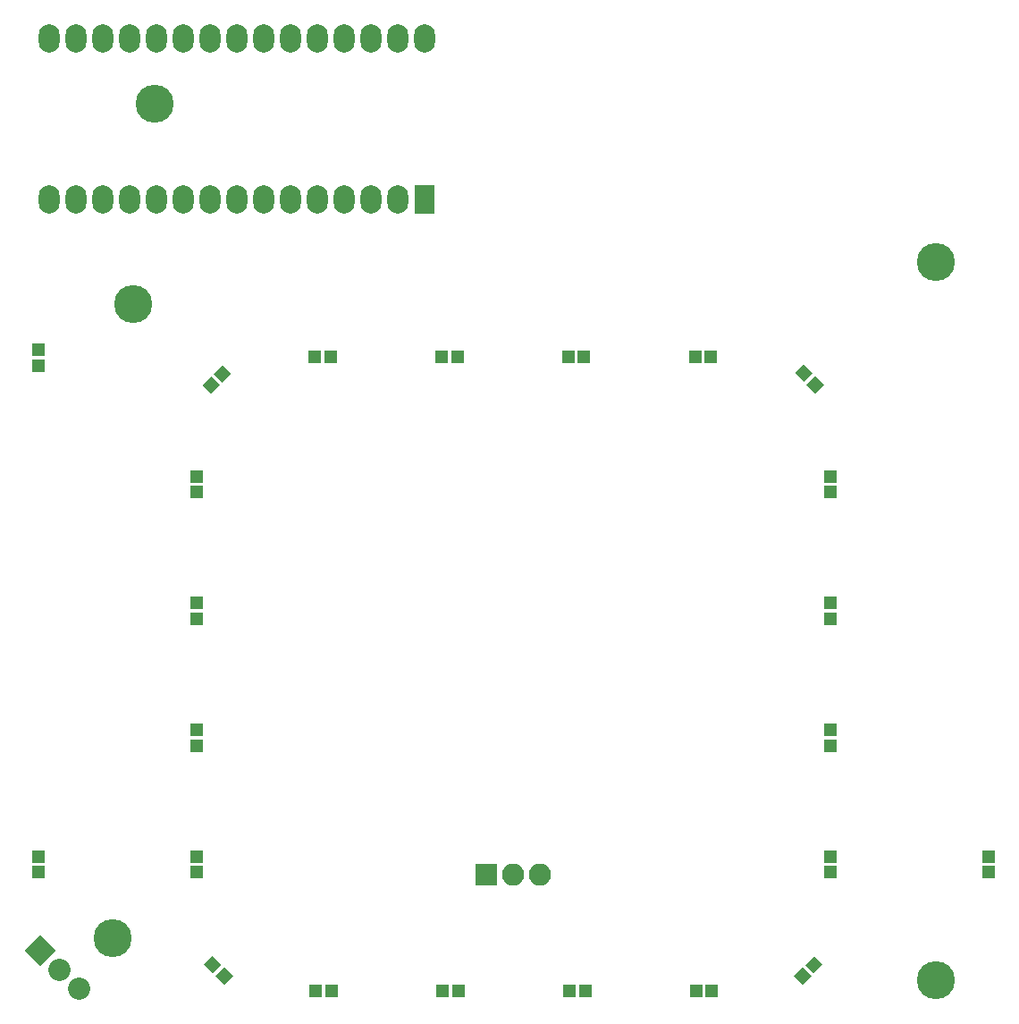
<source format=gbs>
G04 #@! TF.FileFunction,Soldermask,Bot*
%FSLAX46Y46*%
G04 Gerber Fmt 4.6, Leading zero omitted, Abs format (unit mm)*
G04 Created by KiCad (PCBNEW 4.0.7) date 12/17/17 18:42:28*
%MOMM*%
%LPD*%
G01*
G04 APERTURE LIST*
%ADD10C,0.100000*%
%ADD11R,1.150000X1.200000*%
%ADD12R,2.100000X2.100000*%
%ADD13O,2.100000X2.100000*%
%ADD14C,2.100000*%
%ADD15R,1.200000X1.150000*%
%ADD16C,3.600000*%
%ADD17R,1.974800X2.686000*%
%ADD18O,1.974800X2.686000*%
G04 APERTURE END LIST*
D10*
D11*
X110000000Y-97800000D03*
X110000000Y-96300000D03*
X110000000Y-109800000D03*
X110000000Y-108300000D03*
X110000000Y-121800000D03*
X110000000Y-120300000D03*
D12*
X137460000Y-134000000D03*
D13*
X140000000Y-134000000D03*
X142540000Y-134000000D03*
D10*
G36*
X95203949Y-139719025D02*
X96688873Y-141203949D01*
X95203949Y-142688873D01*
X93719025Y-141203949D01*
X95203949Y-139719025D01*
X95203949Y-139719025D01*
G37*
D14*
X97000000Y-143000000D02*
X97000000Y-143000000D01*
X98796051Y-144796051D02*
X98796051Y-144796051D01*
D11*
X110000000Y-133800000D03*
X110000000Y-132300000D03*
D10*
G36*
X111769150Y-143582322D02*
X112582322Y-142769150D01*
X113430850Y-143617678D01*
X112617678Y-144430850D01*
X111769150Y-143582322D01*
X111769150Y-143582322D01*
G37*
G36*
X110708490Y-142521662D02*
X111521662Y-141708490D01*
X112370190Y-142557018D01*
X111557018Y-143370190D01*
X110708490Y-142521662D01*
X110708490Y-142521662D01*
G37*
D15*
X122800000Y-145000000D03*
X121300000Y-145000000D03*
X134800000Y-145000000D03*
X133300000Y-145000000D03*
X146800000Y-145000000D03*
X145300000Y-145000000D03*
X158800000Y-145000000D03*
X157300000Y-145000000D03*
D10*
G36*
X168442982Y-143370190D02*
X167629810Y-142557018D01*
X168478338Y-141708490D01*
X169291510Y-142521662D01*
X168442982Y-143370190D01*
X168442982Y-143370190D01*
G37*
G36*
X167382322Y-144430850D02*
X166569150Y-143617678D01*
X167417678Y-142769150D01*
X168230850Y-143582322D01*
X167382322Y-144430850D01*
X167382322Y-144430850D01*
G37*
D11*
X170000000Y-132300000D03*
X170000000Y-133800000D03*
X170000000Y-120300000D03*
X170000000Y-121800000D03*
X170000000Y-108300000D03*
X170000000Y-109800000D03*
X170000000Y-96300000D03*
X170000000Y-97800000D03*
D10*
G36*
X168370190Y-86557018D02*
X167557018Y-87370190D01*
X166708490Y-86521662D01*
X167521662Y-85708490D01*
X168370190Y-86557018D01*
X168370190Y-86557018D01*
G37*
G36*
X169430850Y-87617678D02*
X168617678Y-88430850D01*
X167769150Y-87582322D01*
X168582322Y-86769150D01*
X169430850Y-87617678D01*
X169430850Y-87617678D01*
G37*
D15*
X157200000Y-85000000D03*
X158700000Y-85000000D03*
X145200000Y-85000000D03*
X146700000Y-85000000D03*
X133200000Y-85000000D03*
X134700000Y-85000000D03*
X121200000Y-85000000D03*
X122700000Y-85000000D03*
D10*
G36*
X111357018Y-86829810D02*
X112170190Y-87642982D01*
X111321662Y-88491510D01*
X110508490Y-87678338D01*
X111357018Y-86829810D01*
X111357018Y-86829810D01*
G37*
G36*
X112417678Y-85769150D02*
X113230850Y-86582322D01*
X112382322Y-87430850D01*
X111569150Y-86617678D01*
X112417678Y-85769150D01*
X112417678Y-85769150D01*
G37*
D11*
X185000000Y-132300000D03*
X185000000Y-133800000D03*
X95000000Y-85800000D03*
X95000000Y-84300000D03*
X95000000Y-133800000D03*
X95000000Y-132300000D03*
D16*
X180000000Y-76000000D03*
X180000000Y-144000000D03*
X102000000Y-140000000D03*
X104000000Y-80000000D03*
X106000000Y-61000000D03*
D17*
X131550000Y-70120000D03*
D18*
X129010000Y-70120000D03*
X126470000Y-70120000D03*
X123930000Y-70120000D03*
X121390000Y-70120000D03*
X118850000Y-70120000D03*
X116310000Y-70120000D03*
X113770000Y-70120000D03*
X111230000Y-70120000D03*
X108690000Y-70120000D03*
X106150000Y-70120000D03*
X103610000Y-70120000D03*
X101070000Y-70120000D03*
X98530000Y-70120000D03*
X95990000Y-70120000D03*
X95990000Y-54880000D03*
X98530000Y-54880000D03*
X101070000Y-54880000D03*
X103610000Y-54880000D03*
X106150000Y-54880000D03*
X108690000Y-54880000D03*
X111230000Y-54880000D03*
X113770000Y-54880000D03*
X116310000Y-54880000D03*
X118850000Y-54880000D03*
X121390000Y-54880000D03*
X123930000Y-54880000D03*
X126470000Y-54880000D03*
X129010000Y-54880000D03*
X131550000Y-54880000D03*
M02*

</source>
